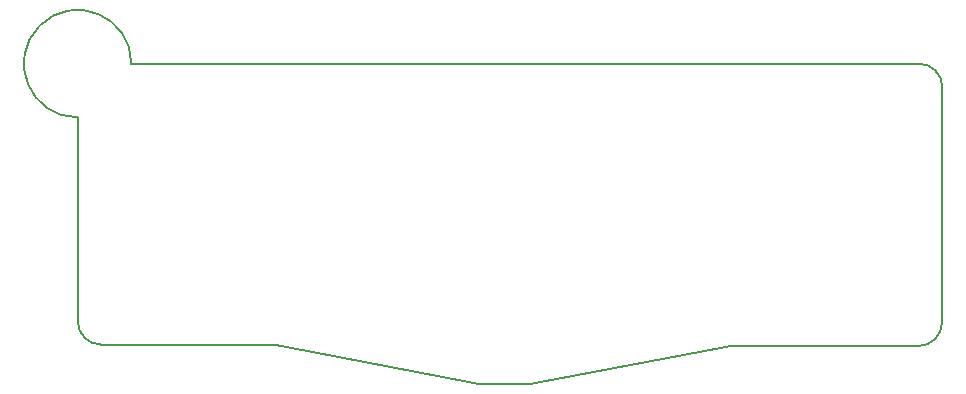
<source format=gbr>
G04 #@! TF.GenerationSoftware,KiCad,Pcbnew,(5.1.10-1-10_14)*
G04 #@! TF.CreationDate,2021-08-18T21:17:13-05:00*
G04 #@! TF.ProjectId,PCB-Keychains,5043422d-4b65-4796-9368-61696e732e6b,rev?*
G04 #@! TF.SameCoordinates,Original*
G04 #@! TF.FileFunction,Profile,NP*
%FSLAX46Y46*%
G04 Gerber Fmt 4.6, Leading zero omitted, Abs format (unit mm)*
G04 Created by KiCad (PCBNEW (5.1.10-1-10_14)) date 2021-08-18 21:17:13*
%MOMM*%
%LPD*%
G01*
G04 APERTURE LIST*
G04 #@! TA.AperFunction,Profile*
%ADD10C,0.150000*%
G04 #@! TD*
G04 APERTURE END LIST*
D10*
X86958750Y-89663750D02*
X102858750Y-89663750D01*
X69958750Y-92863750D02*
X86958750Y-89663750D01*
X65658750Y-92863750D02*
X69958750Y-92863750D01*
X48458750Y-89553696D02*
X65658750Y-92863750D01*
X33666154Y-89553696D02*
X48458750Y-89553696D01*
X33666154Y-89553696D02*
G75*
G02*
X31658750Y-87563750I-14905J1992445D01*
G01*
X31658750Y-70313680D02*
G75*
G02*
X36208750Y-65763680I0J4550000D01*
G01*
X31658750Y-70313680D02*
X31658750Y-87563750D01*
X104848696Y-87656346D02*
G75*
G02*
X102858750Y-89663750I-1992445J-14905D01*
G01*
X102866305Y-65763750D02*
G75*
G02*
X104866305Y-67763750I0J-2000000D01*
G01*
X102866305Y-65763750D02*
X36208750Y-65763680D01*
X104866305Y-67763750D02*
X104848696Y-87656346D01*
M02*

</source>
